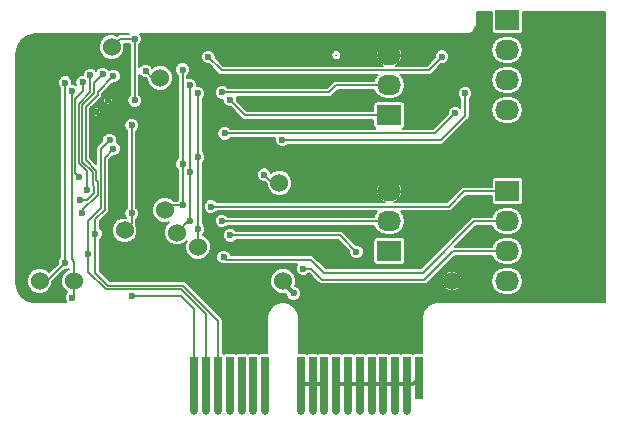
<source format=gbr>
G04 #@! TF.FileFunction,Copper,L1,Top,Signal*
%FSLAX46Y46*%
G04 Gerber Fmt 4.6, Leading zero omitted, Abs format (unit mm)*
G04 Created by KiCad (PCBNEW 4.0.6-e0-6349~53~ubuntu14.04.1) date Tue Apr 25 14:47:51 2017*
%MOMM*%
%LPD*%
G01*
G04 APERTURE LIST*
%ADD10C,0.100000*%
%ADD11R,0.650240X3.599180*%
%ADD12R,0.650240X4.599940*%
%ADD13O,0.650240X0.650240*%
%ADD14R,2.032000X1.727200*%
%ADD15O,2.032000X1.727200*%
%ADD16C,0.600000*%
%ADD17C,1.524000*%
%ADD18C,0.200000*%
%ADD19C,0.150000*%
%ADD20C,0.300000*%
G04 APERTURE END LIST*
D10*
D11*
X159499600Y-99499620D03*
D12*
X158498840Y-100000000D03*
X157500620Y-100000000D03*
X156499860Y-100000000D03*
X155499100Y-100000000D03*
X154500880Y-100000000D03*
X153500120Y-100000000D03*
X152499360Y-100000000D03*
X151501140Y-100000000D03*
X150500380Y-100000000D03*
X149499620Y-100000000D03*
X144500900Y-100000000D03*
X143500140Y-100000000D03*
X142499380Y-100000000D03*
X141501160Y-100000000D03*
X140500400Y-100000000D03*
X146499880Y-100000000D03*
X145499120Y-100000000D03*
D13*
X156499860Y-102301240D03*
X155499100Y-102301240D03*
X154500880Y-102301240D03*
X153500120Y-102301240D03*
X152499360Y-102301240D03*
X151501140Y-102301240D03*
X150500380Y-102301240D03*
X144500900Y-102301240D03*
X143500140Y-102301240D03*
X157500620Y-102301240D03*
X145499120Y-102301240D03*
X142499380Y-102301240D03*
X149499620Y-102301240D03*
X146499880Y-102301240D03*
X141501160Y-102301240D03*
X140500400Y-102301240D03*
X158498840Y-102301240D03*
D14*
X157000000Y-77270000D03*
D15*
X157000000Y-74730000D03*
X157000000Y-72190000D03*
D16*
X132200000Y-77000000D03*
X133200000Y-76000000D03*
D14*
X157000000Y-88770000D03*
D15*
X157000000Y-86230000D03*
X157000000Y-83690000D03*
D17*
X148000000Y-91300000D03*
X162300000Y-91300000D03*
X127400000Y-91300000D03*
X130300000Y-91300000D03*
D14*
X167000000Y-69190000D03*
D15*
X167000000Y-71730000D03*
X167000000Y-74270000D03*
X167000000Y-76810000D03*
D14*
X167000000Y-83690000D03*
D15*
X167000000Y-86230000D03*
X167000000Y-88770000D03*
X167000000Y-91310000D03*
D17*
X139000000Y-87200000D03*
X133500000Y-71500000D03*
X138000000Y-85300000D03*
X137600000Y-74100000D03*
X140800000Y-88400000D03*
X147700000Y-83000000D03*
X134600000Y-87000000D03*
D16*
X129550000Y-74500000D03*
X129550000Y-89750000D03*
X159500000Y-96500000D03*
X158500000Y-96500000D03*
X157500000Y-96500000D03*
X156500000Y-96500000D03*
X155500000Y-96500000D03*
X154500000Y-96500000D03*
X153500000Y-96500000D03*
X152500000Y-96500000D03*
X136325000Y-83475000D03*
X136325000Y-84425000D03*
X136475000Y-72300000D03*
X139500000Y-72550000D03*
X136400000Y-76925000D03*
X136275000Y-87525000D03*
X127275000Y-77450000D03*
X148900000Y-92350000D03*
X130825000Y-84400000D03*
X132725000Y-73800000D03*
X131000000Y-85575000D03*
X133650000Y-73950000D03*
X130700000Y-82475000D03*
X131050000Y-74450000D03*
X131700000Y-73875000D03*
X131375000Y-83550000D03*
X133650000Y-80100000D03*
X132125000Y-87300000D03*
X133325000Y-79350000D03*
X131525000Y-89000000D03*
X130100000Y-75200000D03*
X130150000Y-92725000D03*
X143525000Y-75975000D03*
X163425000Y-75400000D03*
X147925000Y-79350000D03*
X162575000Y-77100000D03*
X143075000Y-78800000D03*
X141675000Y-72325000D03*
X161475000Y-72300000D03*
X142850000Y-75325000D03*
X143525000Y-87425000D03*
X154225000Y-88825000D03*
X149700000Y-90250000D03*
X142975000Y-89275000D03*
X141900000Y-85000000D03*
X142825000Y-86200000D03*
X135250000Y-92575000D03*
X135450000Y-70800000D03*
X135450000Y-76000000D03*
X140800000Y-80800000D03*
X140800000Y-75400000D03*
X140800000Y-86900000D03*
X136375000Y-73525000D03*
X139500000Y-81400000D03*
X139500000Y-84900000D03*
X139500000Y-73400000D03*
X146400000Y-82300000D03*
X135200000Y-85575000D03*
X135200000Y-78125000D03*
X140100000Y-82100000D03*
X140100000Y-86200000D03*
X140100000Y-74700000D03*
D18*
X152530000Y-72190000D02*
X152500000Y-72160000D01*
D19*
X127400000Y-91300000D02*
X128000000Y-91300000D01*
X128000000Y-91300000D02*
X129550000Y-89750000D01*
X129550000Y-74500000D02*
X129550000Y-89275000D01*
X129550000Y-89250000D02*
X129550000Y-89275000D01*
X129550000Y-89750000D02*
X129550000Y-89250000D01*
D20*
X158500000Y-96500000D02*
X159500000Y-96500000D01*
X156500000Y-96500000D02*
X157500000Y-96500000D01*
X154500000Y-96500000D02*
X155500000Y-96500000D01*
X152500000Y-96500000D02*
X153500000Y-96500000D01*
X148000000Y-91300000D02*
X148000000Y-91450000D01*
X148000000Y-91450000D02*
X148900000Y-92350000D01*
D19*
X131450000Y-84400000D02*
X130825000Y-84400000D01*
X132000000Y-83850000D02*
X131450000Y-84400000D01*
X132000000Y-83300000D02*
X132000000Y-83850000D01*
X131875000Y-83175000D02*
X132000000Y-83300000D01*
X131875000Y-82075734D02*
X131875000Y-83175000D01*
X131000006Y-81200740D02*
X131875000Y-82075734D01*
X131000006Y-76399260D02*
X131000006Y-81200740D01*
X132000002Y-75399264D02*
X131000006Y-76399260D01*
X132000002Y-74524998D02*
X132000002Y-75399264D01*
X132725000Y-73800000D02*
X132000002Y-74524998D01*
X131000000Y-85274266D02*
X131000000Y-85575000D01*
X132300002Y-83974264D02*
X131000000Y-85274266D01*
X132300002Y-82900002D02*
X132300002Y-83974264D01*
X132175002Y-82775002D02*
X132300002Y-82900002D01*
X132175002Y-81951470D02*
X132175002Y-82775002D01*
X131300008Y-81076476D02*
X132175002Y-81951470D01*
X131300008Y-76523524D02*
X131300008Y-81076476D01*
X132300004Y-75523528D02*
X131300008Y-76523524D01*
X132300004Y-75299996D02*
X132300004Y-75523528D01*
X133650000Y-73950000D02*
X132300004Y-75299996D01*
X130400002Y-82175002D02*
X130700000Y-82475000D01*
X130400002Y-75849998D02*
X130400002Y-82175002D01*
X131050000Y-75200000D02*
X130400002Y-75849998D01*
X131050000Y-74450000D02*
X131050000Y-75200000D01*
X131375000Y-83550000D02*
X131375000Y-83150000D01*
X131700000Y-73875000D02*
X131700000Y-75275000D01*
X131700000Y-75275000D02*
X130700004Y-76274996D01*
X130700004Y-76274996D02*
X130700004Y-81325004D01*
X130700004Y-81325004D02*
X131375000Y-82000000D01*
X131375000Y-82000000D02*
X131375000Y-83150000D01*
D20*
X158498840Y-100000000D02*
X158999220Y-100000000D01*
X158999220Y-100000000D02*
X159499600Y-99499620D01*
X152499360Y-100000000D02*
X153500120Y-100000000D01*
X153500120Y-100000000D02*
X154500880Y-100000000D01*
X154500880Y-100000000D02*
X155499100Y-100000000D01*
X155499100Y-100000000D02*
X156499860Y-100000000D01*
X156499860Y-100000000D02*
X157500620Y-100000000D01*
X157500620Y-100000000D02*
X158498840Y-100000000D01*
D19*
X158498840Y-100000000D02*
X158498840Y-102301240D01*
X157500620Y-100000000D02*
X157500620Y-102301240D01*
X156499860Y-100000000D02*
X156499860Y-102301240D01*
X155499100Y-100000000D02*
X155499100Y-102301240D01*
X154500880Y-100000000D02*
X154500880Y-102301240D01*
X153500120Y-100000000D02*
X153500120Y-102301240D01*
X152499360Y-100000000D02*
X152499360Y-102301240D01*
D20*
X151501140Y-100000000D02*
X150500380Y-100000000D01*
X150500380Y-100000000D02*
X149499620Y-100000000D01*
D19*
X151501140Y-100000000D02*
X151501140Y-102301240D01*
X150500380Y-100000000D02*
X150500380Y-102301240D01*
X149499620Y-100000000D02*
X149499620Y-102301240D01*
X144500900Y-100000000D02*
X144500900Y-102301240D01*
X143500140Y-102301240D02*
X143500140Y-100000000D01*
X132125000Y-87300000D02*
X132125000Y-86049266D01*
X132900006Y-80849994D02*
X133650000Y-80100000D01*
X132900006Y-85274260D02*
X132900006Y-80849994D01*
X132125000Y-86049266D02*
X132900006Y-85274260D01*
X142499380Y-100000000D02*
X142499380Y-94650114D01*
X132125000Y-90575000D02*
X132125000Y-87300000D01*
X133224998Y-91674998D02*
X132125000Y-90575000D01*
X139524264Y-91674998D02*
X133224998Y-91674998D01*
X142499380Y-94650114D02*
X139524264Y-91674998D01*
X142499380Y-100000000D02*
X142499380Y-98049380D01*
X142499380Y-102301240D02*
X142499380Y-100000000D01*
X131525000Y-89000000D02*
X131525000Y-86225000D01*
X133325000Y-79350008D02*
X133325000Y-79350000D01*
X132600004Y-80075004D02*
X133325000Y-79350008D01*
X132600004Y-85149996D02*
X132600004Y-80075004D01*
X131525000Y-86225000D02*
X132600004Y-85149996D01*
X131525000Y-90475000D02*
X131525000Y-90525000D01*
X131525000Y-90525000D02*
X132975000Y-91975000D01*
X141501160Y-100000000D02*
X141501160Y-94076160D01*
X141501160Y-94076160D02*
X139400000Y-91975000D01*
X139400000Y-91975000D02*
X132975000Y-91975000D01*
X131525000Y-90475000D02*
X131525000Y-89000000D01*
X141501160Y-102301240D02*
X141501160Y-100000000D01*
X130100000Y-89125000D02*
X130100000Y-89450000D01*
X130100000Y-75200000D02*
X130100000Y-89125000D01*
X130300000Y-89650000D02*
X130300000Y-91300000D01*
X130100000Y-89450000D02*
X130300000Y-89650000D01*
X130300000Y-92575000D02*
X130300000Y-91300000D01*
X130150000Y-92725000D02*
X130300000Y-92575000D01*
X146499880Y-100000000D02*
X146499880Y-102301240D01*
X145499120Y-100000000D02*
X145499120Y-102301240D01*
X157000000Y-77270000D02*
X152500000Y-77270000D01*
X143525000Y-75975000D02*
X144820000Y-77270000D01*
X144820000Y-77270000D02*
X152500000Y-77270000D01*
X154925000Y-79350000D02*
X161375000Y-79350000D01*
X163425000Y-77300000D02*
X163425000Y-75400000D01*
X161375000Y-79350000D02*
X163425000Y-77300000D01*
X147925000Y-79350000D02*
X154925000Y-79350000D01*
X154925000Y-79350000D02*
X155000000Y-79350000D01*
X155000000Y-79350000D02*
X155050000Y-79350000D01*
X154075000Y-78800000D02*
X160875000Y-78800000D01*
X160875000Y-78800000D02*
X162575000Y-77100000D01*
X143075000Y-78800000D02*
X154075000Y-78800000D01*
X154075000Y-78800000D02*
X154200000Y-78800000D01*
X141675000Y-72325000D02*
X142800000Y-73450000D01*
X160325000Y-73450000D02*
X161475000Y-72300000D01*
X142800000Y-73450000D02*
X160325000Y-73450000D01*
X157000000Y-74730000D02*
X152500000Y-74730000D01*
X151905000Y-75325000D02*
X152500000Y-74730000D01*
X142850000Y-75325000D02*
X151905000Y-75325000D01*
X152825000Y-87425000D02*
X143525000Y-87425000D01*
X154225000Y-88825000D02*
X152825000Y-87425000D01*
X156950000Y-88770000D02*
X157000000Y-88770000D01*
X153500000Y-91175000D02*
X159975000Y-91175000D01*
X162380000Y-88770000D02*
X167000000Y-88770000D01*
X159975000Y-91175000D02*
X162380000Y-88770000D01*
X150350000Y-90250000D02*
X149700000Y-90250000D01*
X151275000Y-91175000D02*
X150350000Y-90250000D01*
X153675000Y-91175000D02*
X153500000Y-91175000D01*
X153500000Y-91175000D02*
X151275000Y-91175000D01*
X153700000Y-90575000D02*
X159825000Y-90575000D01*
X164170000Y-86230000D02*
X167000000Y-86230000D01*
X159825000Y-90575000D02*
X164170000Y-86230000D01*
X143200000Y-89500000D02*
X142975000Y-89275000D01*
X153775000Y-90575000D02*
X153700000Y-90575000D01*
X153700000Y-90575000D02*
X151450000Y-90575000D01*
X150375000Y-89500000D02*
X143850000Y-89500000D01*
X151450000Y-90575000D02*
X150375000Y-89500000D01*
X143850000Y-89500000D02*
X143200000Y-89500000D01*
X141900000Y-85000000D02*
X162025000Y-85000000D01*
X163335000Y-83690000D02*
X167000000Y-83690000D01*
X162025000Y-85000000D02*
X163335000Y-83690000D01*
X157000000Y-86230000D02*
X142855000Y-86230000D01*
X142855000Y-86230000D02*
X142825000Y-86200000D01*
X142825000Y-86200000D02*
X142855000Y-86230000D01*
X140500400Y-100000000D02*
X140500400Y-93700400D01*
X139375000Y-92575000D02*
X135250000Y-92575000D01*
X140500400Y-93700400D02*
X139375000Y-92575000D01*
X140500400Y-102301240D02*
X140500400Y-100000000D01*
X135450000Y-70800000D02*
X134200000Y-70800000D01*
X134200000Y-70800000D02*
X133500000Y-71500000D01*
X135450000Y-76000000D02*
X135450000Y-70800000D01*
X140800000Y-88400000D02*
X140800000Y-86900000D01*
X140800000Y-75400000D02*
X140800000Y-80800000D01*
X140800000Y-80800000D02*
X140800000Y-86900000D01*
X136375000Y-73525000D02*
X136950000Y-74100000D01*
X136950000Y-74100000D02*
X137600000Y-74100000D01*
X139500000Y-84900000D02*
X138400000Y-84900000D01*
X138400000Y-84900000D02*
X138000000Y-85300000D01*
X139500000Y-73400000D02*
X139500000Y-81400000D01*
X139500000Y-81400000D02*
X139500000Y-84900000D01*
X146400000Y-82300000D02*
X147100000Y-83000000D01*
X147100000Y-83000000D02*
X147700000Y-83000000D01*
X135200000Y-85575000D02*
X135200000Y-86400000D01*
X135200000Y-86400000D02*
X134600000Y-87000000D01*
X135200000Y-78125000D02*
X135200000Y-85575000D01*
X140100000Y-86200000D02*
X140000000Y-86200000D01*
X140000000Y-86200000D02*
X139000000Y-87200000D01*
X140100000Y-75500000D02*
X140100000Y-82100000D01*
X140100000Y-82100000D02*
X140100000Y-86200000D01*
X140100000Y-74700000D02*
X140100000Y-75500000D01*
D18*
G36*
X165657731Y-70053600D02*
X165680044Y-70172185D01*
X165750128Y-70281098D01*
X165857063Y-70354164D01*
X165984000Y-70379869D01*
X168016000Y-70379869D01*
X168134585Y-70357556D01*
X168243498Y-70287472D01*
X168316564Y-70180537D01*
X168342269Y-70053600D01*
X168342269Y-68500000D01*
X175300000Y-68500000D01*
X175300000Y-93105000D01*
X161100000Y-93105000D01*
X161061843Y-93112590D01*
X161022939Y-93112590D01*
X160659391Y-93184904D01*
X160659390Y-93184904D01*
X160517000Y-93243884D01*
X160208798Y-93449819D01*
X160154309Y-93504309D01*
X160099819Y-93558798D01*
X159893884Y-93867000D01*
X159834904Y-94009390D01*
X159834904Y-94009391D01*
X159762590Y-94372940D01*
X159762590Y-94411843D01*
X159755000Y-94450000D01*
X159755000Y-97373761D01*
X159174480Y-97373761D01*
X159055895Y-97396074D01*
X158999265Y-97432515D01*
X158950897Y-97399466D01*
X158823960Y-97373761D01*
X158173720Y-97373761D01*
X158055135Y-97396074D01*
X157999813Y-97431673D01*
X157952677Y-97399466D01*
X157825740Y-97373761D01*
X157175500Y-97373761D01*
X157056915Y-97396074D01*
X157000285Y-97432515D01*
X156951917Y-97399466D01*
X156824980Y-97373761D01*
X156174740Y-97373761D01*
X156056155Y-97396074D01*
X155999525Y-97432515D01*
X155951157Y-97399466D01*
X155824220Y-97373761D01*
X155173980Y-97373761D01*
X155055395Y-97396074D01*
X155000073Y-97431673D01*
X154952937Y-97399466D01*
X154826000Y-97373761D01*
X154175760Y-97373761D01*
X154057175Y-97396074D01*
X154000545Y-97432515D01*
X153952177Y-97399466D01*
X153825240Y-97373761D01*
X153175000Y-97373761D01*
X153056415Y-97396074D01*
X152999785Y-97432515D01*
X152951417Y-97399466D01*
X152824480Y-97373761D01*
X152174240Y-97373761D01*
X152055655Y-97396074D01*
X152000333Y-97431673D01*
X151953197Y-97399466D01*
X151826260Y-97373761D01*
X151176020Y-97373761D01*
X151057435Y-97396074D01*
X151000805Y-97432515D01*
X150952437Y-97399466D01*
X150825500Y-97373761D01*
X150175260Y-97373761D01*
X150056675Y-97396074D01*
X150000045Y-97432515D01*
X149951677Y-97399466D01*
X149824740Y-97373761D01*
X149345000Y-97373761D01*
X149345000Y-94450000D01*
X149337410Y-94411843D01*
X149337410Y-94372939D01*
X149265096Y-94009391D01*
X149265096Y-94009390D01*
X149206116Y-93867000D01*
X149000181Y-93558798D01*
X148945691Y-93504309D01*
X148891202Y-93449819D01*
X148583000Y-93243884D01*
X148440610Y-93184904D01*
X148440609Y-93184904D01*
X148077062Y-93112590D01*
X147922939Y-93112590D01*
X147559391Y-93184904D01*
X147559390Y-93184904D01*
X147417000Y-93243884D01*
X147108798Y-93449819D01*
X147054309Y-93504309D01*
X146999819Y-93558798D01*
X146793884Y-93867000D01*
X146734904Y-94009390D01*
X146734904Y-94009391D01*
X146662590Y-94372940D01*
X146662590Y-94411843D01*
X146655000Y-94450000D01*
X146655000Y-97373761D01*
X146174760Y-97373761D01*
X146056175Y-97396074D01*
X145999545Y-97432515D01*
X145951177Y-97399466D01*
X145824240Y-97373761D01*
X145174000Y-97373761D01*
X145055415Y-97396074D01*
X145000093Y-97431673D01*
X144952957Y-97399466D01*
X144826020Y-97373761D01*
X144175780Y-97373761D01*
X144057195Y-97396074D01*
X144000565Y-97432515D01*
X143952197Y-97399466D01*
X143825260Y-97373761D01*
X143175020Y-97373761D01*
X143056435Y-97396074D01*
X142999805Y-97432515D01*
X142951437Y-97399466D01*
X142894380Y-97387912D01*
X142894380Y-94650114D01*
X142864312Y-94498954D01*
X142778687Y-94370807D01*
X139922159Y-91514279D01*
X146917812Y-91514279D01*
X147082190Y-91912103D01*
X147386296Y-92216740D01*
X147783833Y-92381812D01*
X148214279Y-92382188D01*
X148251945Y-92366625D01*
X148279960Y-92394640D01*
X148279892Y-92472785D01*
X148374083Y-92700743D01*
X148548339Y-92875304D01*
X148776133Y-92969893D01*
X149022785Y-92970108D01*
X149250743Y-92875917D01*
X149425304Y-92701661D01*
X149519893Y-92473867D01*
X149520108Y-92227215D01*
X149425917Y-91999257D01*
X149348006Y-91921209D01*
X161714146Y-91921209D01*
X161803837Y-92025442D01*
X162119220Y-92160094D01*
X162462125Y-92163804D01*
X162780348Y-92036008D01*
X162796163Y-92025442D01*
X162885854Y-91921209D01*
X162300000Y-91335355D01*
X161714146Y-91921209D01*
X149348006Y-91921209D01*
X149251661Y-91824696D01*
X149023867Y-91730107D01*
X148992987Y-91730080D01*
X149081812Y-91516167D01*
X149082188Y-91085721D01*
X148917810Y-90687897D01*
X148613704Y-90383260D01*
X148216167Y-90218188D01*
X147785721Y-90217812D01*
X147387897Y-90382190D01*
X147083260Y-90686296D01*
X146918188Y-91083833D01*
X146917812Y-91514279D01*
X139922159Y-91514279D01*
X139803571Y-91395691D01*
X139675424Y-91310066D01*
X139524264Y-91279998D01*
X133388612Y-91279998D01*
X132520000Y-90411386D01*
X132520000Y-87781737D01*
X132650304Y-87651661D01*
X132744893Y-87423867D01*
X132745075Y-87214279D01*
X133517812Y-87214279D01*
X133682190Y-87612103D01*
X133986296Y-87916740D01*
X134383833Y-88081812D01*
X134814279Y-88082188D01*
X135212103Y-87917810D01*
X135516740Y-87613704D01*
X135681812Y-87216167D01*
X135682188Y-86785721D01*
X135571541Y-86517935D01*
X135595000Y-86400000D01*
X135595000Y-86056737D01*
X135725304Y-85926661D01*
X135819893Y-85698867D01*
X135820053Y-85514279D01*
X136917812Y-85514279D01*
X137082190Y-85912103D01*
X137386296Y-86216740D01*
X137783833Y-86381812D01*
X138214279Y-86382188D01*
X138339594Y-86330409D01*
X138083260Y-86586296D01*
X137918188Y-86983833D01*
X137917812Y-87414279D01*
X138082190Y-87812103D01*
X138386296Y-88116740D01*
X138783833Y-88281812D01*
X139214279Y-88282188D01*
X139612103Y-88117810D01*
X139840119Y-87890192D01*
X139718188Y-88183833D01*
X139717812Y-88614279D01*
X139882190Y-89012103D01*
X140186296Y-89316740D01*
X140583833Y-89481812D01*
X141014279Y-89482188D01*
X141218549Y-89397785D01*
X142354892Y-89397785D01*
X142449083Y-89625743D01*
X142623339Y-89800304D01*
X142851133Y-89894893D01*
X143097785Y-89895108D01*
X143131178Y-89881310D01*
X143200000Y-89895000D01*
X149178041Y-89895000D01*
X149174696Y-89898339D01*
X149080107Y-90126133D01*
X149079892Y-90372785D01*
X149174083Y-90600743D01*
X149348339Y-90775304D01*
X149576133Y-90869893D01*
X149822785Y-90870108D01*
X150050743Y-90775917D01*
X150181889Y-90645000D01*
X150186386Y-90645000D01*
X150995693Y-91454308D01*
X151064077Y-91500000D01*
X151123840Y-91539932D01*
X151275000Y-91570000D01*
X159975000Y-91570000D01*
X160126160Y-91539932D01*
X160242606Y-91462125D01*
X161436196Y-91462125D01*
X161563992Y-91780348D01*
X161574558Y-91796163D01*
X161678791Y-91885854D01*
X162264645Y-91300000D01*
X162335355Y-91300000D01*
X162921209Y-91885854D01*
X163025442Y-91796163D01*
X163160094Y-91480780D01*
X163161941Y-91310000D01*
X165637826Y-91310000D01*
X165727922Y-91762944D01*
X165984494Y-92146932D01*
X166368482Y-92403504D01*
X166821426Y-92493600D01*
X167178574Y-92493600D01*
X167631518Y-92403504D01*
X168015506Y-92146932D01*
X168272078Y-91762944D01*
X168362174Y-91310000D01*
X168272078Y-90857056D01*
X168015506Y-90473068D01*
X167631518Y-90216496D01*
X167178574Y-90126400D01*
X166821426Y-90126400D01*
X166368482Y-90216496D01*
X165984494Y-90473068D01*
X165727922Y-90857056D01*
X165637826Y-91310000D01*
X163161941Y-91310000D01*
X163163804Y-91137875D01*
X163036008Y-90819652D01*
X163025442Y-90803837D01*
X162921209Y-90714146D01*
X162335355Y-91300000D01*
X162264645Y-91300000D01*
X161678791Y-90714146D01*
X161574558Y-90803837D01*
X161439906Y-91119220D01*
X161436196Y-91462125D01*
X160242606Y-91462125D01*
X160254307Y-91454307D01*
X161029823Y-90678791D01*
X161714146Y-90678791D01*
X162300000Y-91264645D01*
X162885854Y-90678791D01*
X162796163Y-90574558D01*
X162480780Y-90439906D01*
X162137875Y-90436196D01*
X161819652Y-90563992D01*
X161803837Y-90574558D01*
X161714146Y-90678791D01*
X161029823Y-90678791D01*
X162543614Y-89165000D01*
X165716396Y-89165000D01*
X165727922Y-89222944D01*
X165984494Y-89606932D01*
X166368482Y-89863504D01*
X166821426Y-89953600D01*
X167178574Y-89953600D01*
X167631518Y-89863504D01*
X168015506Y-89606932D01*
X168272078Y-89222944D01*
X168362174Y-88770000D01*
X168272078Y-88317056D01*
X168015506Y-87933068D01*
X167631518Y-87676496D01*
X167178574Y-87586400D01*
X166821426Y-87586400D01*
X166368482Y-87676496D01*
X165984494Y-87933068D01*
X165727922Y-88317056D01*
X165716396Y-88375000D01*
X162583614Y-88375000D01*
X164333614Y-86625000D01*
X165716396Y-86625000D01*
X165727922Y-86682944D01*
X165984494Y-87066932D01*
X166368482Y-87323504D01*
X166821426Y-87413600D01*
X167178574Y-87413600D01*
X167631518Y-87323504D01*
X168015506Y-87066932D01*
X168272078Y-86682944D01*
X168362174Y-86230000D01*
X168272078Y-85777056D01*
X168015506Y-85393068D01*
X167631518Y-85136496D01*
X167178574Y-85046400D01*
X166821426Y-85046400D01*
X166368482Y-85136496D01*
X165984494Y-85393068D01*
X165727922Y-85777056D01*
X165716396Y-85835000D01*
X164170000Y-85835000D01*
X164018840Y-85865068D01*
X163890693Y-85950693D01*
X159661386Y-90180000D01*
X151613614Y-90180000D01*
X150654307Y-89220693D01*
X150526160Y-89135068D01*
X150375000Y-89105000D01*
X143575599Y-89105000D01*
X143500917Y-88924257D01*
X143326661Y-88749696D01*
X143098867Y-88655107D01*
X142852215Y-88654892D01*
X142624257Y-88749083D01*
X142449696Y-88923339D01*
X142355107Y-89151133D01*
X142354892Y-89397785D01*
X141218549Y-89397785D01*
X141412103Y-89317810D01*
X141716740Y-89013704D01*
X141881812Y-88616167D01*
X141882188Y-88185721D01*
X141717810Y-87787897D01*
X141478117Y-87547785D01*
X142904892Y-87547785D01*
X142999083Y-87775743D01*
X143173339Y-87950304D01*
X143401133Y-88044893D01*
X143647785Y-88045108D01*
X143875743Y-87950917D01*
X144006889Y-87820000D01*
X152661386Y-87820000D01*
X153605052Y-88763666D01*
X153604892Y-88947785D01*
X153699083Y-89175743D01*
X153873339Y-89350304D01*
X154101133Y-89444893D01*
X154347785Y-89445108D01*
X154575743Y-89350917D01*
X154750304Y-89176661D01*
X154844893Y-88948867D01*
X154845108Y-88702215D01*
X154750917Y-88474257D01*
X154576661Y-88299696D01*
X154348867Y-88205107D01*
X154163559Y-88204945D01*
X153865014Y-87906400D01*
X155657731Y-87906400D01*
X155657731Y-89633600D01*
X155680044Y-89752185D01*
X155750128Y-89861098D01*
X155857063Y-89934164D01*
X155984000Y-89959869D01*
X158016000Y-89959869D01*
X158134585Y-89937556D01*
X158243498Y-89867472D01*
X158316564Y-89760537D01*
X158342269Y-89633600D01*
X158342269Y-87906400D01*
X158319956Y-87787815D01*
X158249872Y-87678902D01*
X158142937Y-87605836D01*
X158016000Y-87580131D01*
X155984000Y-87580131D01*
X155865415Y-87602444D01*
X155756502Y-87672528D01*
X155683436Y-87779463D01*
X155657731Y-87906400D01*
X153865014Y-87906400D01*
X153104307Y-87145693D01*
X152976160Y-87060068D01*
X152825000Y-87030000D01*
X144006737Y-87030000D01*
X143876661Y-86899696D01*
X143648867Y-86805107D01*
X143402215Y-86804892D01*
X143174257Y-86899083D01*
X142999696Y-87073339D01*
X142905107Y-87301133D01*
X142904892Y-87547785D01*
X141478117Y-87547785D01*
X141413704Y-87483260D01*
X141195000Y-87392446D01*
X141195000Y-87381737D01*
X141325304Y-87251661D01*
X141419893Y-87023867D01*
X141420108Y-86777215D01*
X141325917Y-86549257D01*
X141195000Y-86418111D01*
X141195000Y-85122785D01*
X141279892Y-85122785D01*
X141374083Y-85350743D01*
X141548339Y-85525304D01*
X141776133Y-85619893D01*
X142022785Y-85620108D01*
X142250743Y-85525917D01*
X142381889Y-85395000D01*
X155983203Y-85395000D01*
X155727922Y-85777056D01*
X155716396Y-85835000D01*
X143336685Y-85835000D01*
X143176661Y-85674696D01*
X142948867Y-85580107D01*
X142702215Y-85579892D01*
X142474257Y-85674083D01*
X142299696Y-85848339D01*
X142205107Y-86076133D01*
X142204892Y-86322785D01*
X142299083Y-86550743D01*
X142473339Y-86725304D01*
X142701133Y-86819893D01*
X142947785Y-86820108D01*
X143175743Y-86725917D01*
X143276837Y-86625000D01*
X155716396Y-86625000D01*
X155727922Y-86682944D01*
X155984494Y-87066932D01*
X156368482Y-87323504D01*
X156821426Y-87413600D01*
X157178574Y-87413600D01*
X157631518Y-87323504D01*
X158015506Y-87066932D01*
X158272078Y-86682944D01*
X158362174Y-86230000D01*
X158272078Y-85777056D01*
X158016797Y-85395000D01*
X162025000Y-85395000D01*
X162176160Y-85364932D01*
X162304307Y-85279307D01*
X163498614Y-84085000D01*
X165657731Y-84085000D01*
X165657731Y-84553600D01*
X165680044Y-84672185D01*
X165750128Y-84781098D01*
X165857063Y-84854164D01*
X165984000Y-84879869D01*
X168016000Y-84879869D01*
X168134585Y-84857556D01*
X168243498Y-84787472D01*
X168316564Y-84680537D01*
X168342269Y-84553600D01*
X168342269Y-82826400D01*
X168319956Y-82707815D01*
X168249872Y-82598902D01*
X168142937Y-82525836D01*
X168016000Y-82500131D01*
X165984000Y-82500131D01*
X165865415Y-82522444D01*
X165756502Y-82592528D01*
X165683436Y-82699463D01*
X165657731Y-82826400D01*
X165657731Y-83295000D01*
X163335000Y-83295000D01*
X163183840Y-83325068D01*
X163079181Y-83394999D01*
X163055693Y-83410693D01*
X161861386Y-84605000D01*
X157392422Y-84605000D01*
X157544251Y-84570683D01*
X157851446Y-84353690D01*
X158052217Y-84035656D01*
X158099906Y-83865382D01*
X158090667Y-83715000D01*
X157025000Y-83715000D01*
X157025000Y-83735000D01*
X156975000Y-83735000D01*
X156975000Y-83715000D01*
X155909333Y-83715000D01*
X155900094Y-83865382D01*
X155947783Y-84035656D01*
X156148554Y-84353690D01*
X156455749Y-84570683D01*
X156607578Y-84605000D01*
X142381737Y-84605000D01*
X142251661Y-84474696D01*
X142023867Y-84380107D01*
X141777215Y-84379892D01*
X141549257Y-84474083D01*
X141374696Y-84648339D01*
X141280107Y-84876133D01*
X141279892Y-85122785D01*
X141195000Y-85122785D01*
X141195000Y-82422785D01*
X145779892Y-82422785D01*
X145874083Y-82650743D01*
X146048339Y-82825304D01*
X146276133Y-82919893D01*
X146461440Y-82920055D01*
X146617932Y-83076547D01*
X146617812Y-83214279D01*
X146782190Y-83612103D01*
X147086296Y-83916740D01*
X147483833Y-84081812D01*
X147914279Y-84082188D01*
X148312103Y-83917810D01*
X148616740Y-83613704D01*
X148657884Y-83514618D01*
X155900094Y-83514618D01*
X155909333Y-83665000D01*
X156975000Y-83665000D01*
X156975000Y-82726400D01*
X157025000Y-82726400D01*
X157025000Y-83665000D01*
X158090667Y-83665000D01*
X158099906Y-83514618D01*
X158052217Y-83344344D01*
X157851446Y-83026310D01*
X157544251Y-82809317D01*
X157177400Y-82726400D01*
X157025000Y-82726400D01*
X156975000Y-82726400D01*
X156822600Y-82726400D01*
X156455749Y-82809317D01*
X156148554Y-83026310D01*
X155947783Y-83344344D01*
X155900094Y-83514618D01*
X148657884Y-83514618D01*
X148781812Y-83216167D01*
X148782188Y-82785721D01*
X148617810Y-82387897D01*
X148313704Y-82083260D01*
X147916167Y-81918188D01*
X147485721Y-81917812D01*
X147087897Y-82082190D01*
X147012106Y-82157849D01*
X146925917Y-81949257D01*
X146751661Y-81774696D01*
X146523867Y-81680107D01*
X146277215Y-81679892D01*
X146049257Y-81774083D01*
X145874696Y-81948339D01*
X145780107Y-82176133D01*
X145779892Y-82422785D01*
X141195000Y-82422785D01*
X141195000Y-81281737D01*
X141325304Y-81151661D01*
X141419893Y-80923867D01*
X141420108Y-80677215D01*
X141325917Y-80449257D01*
X141195000Y-80318111D01*
X141195000Y-75881737D01*
X141325304Y-75751661D01*
X141419893Y-75523867D01*
X141420108Y-75277215D01*
X141325917Y-75049257D01*
X141151661Y-74874696D01*
X140923867Y-74780107D01*
X140719931Y-74779929D01*
X140720108Y-74577215D01*
X140625917Y-74349257D01*
X140451661Y-74174696D01*
X140223867Y-74080107D01*
X139977215Y-74079892D01*
X139895000Y-74113863D01*
X139895000Y-73881737D01*
X140025304Y-73751661D01*
X140119893Y-73523867D01*
X140120108Y-73277215D01*
X140025917Y-73049257D01*
X139851661Y-72874696D01*
X139623867Y-72780107D01*
X139377215Y-72779892D01*
X139149257Y-72874083D01*
X138974696Y-73048339D01*
X138880107Y-73276133D01*
X138879892Y-73522785D01*
X138974083Y-73750743D01*
X139105000Y-73881889D01*
X139105000Y-80918263D01*
X138974696Y-81048339D01*
X138880107Y-81276133D01*
X138879892Y-81522785D01*
X138974083Y-81750743D01*
X139105000Y-81881889D01*
X139105000Y-84418263D01*
X139018111Y-84505000D01*
X138735232Y-84505000D01*
X138613704Y-84383260D01*
X138216167Y-84218188D01*
X137785721Y-84217812D01*
X137387897Y-84382190D01*
X137083260Y-84686296D01*
X136918188Y-85083833D01*
X136917812Y-85514279D01*
X135820053Y-85514279D01*
X135820108Y-85452215D01*
X135725917Y-85224257D01*
X135595000Y-85093111D01*
X135595000Y-78606737D01*
X135725304Y-78476661D01*
X135819893Y-78248867D01*
X135820108Y-78002215D01*
X135725917Y-77774257D01*
X135551661Y-77599696D01*
X135323867Y-77505107D01*
X135077215Y-77504892D01*
X134849257Y-77599083D01*
X134674696Y-77773339D01*
X134580107Y-78001133D01*
X134579892Y-78247785D01*
X134674083Y-78475743D01*
X134805000Y-78606889D01*
X134805000Y-85093263D01*
X134674696Y-85223339D01*
X134580107Y-85451133D01*
X134579892Y-85697785D01*
X134670909Y-85918061D01*
X134385721Y-85917812D01*
X133987897Y-86082190D01*
X133683260Y-86386296D01*
X133518188Y-86783833D01*
X133517812Y-87214279D01*
X132745075Y-87214279D01*
X132745108Y-87177215D01*
X132650917Y-86949257D01*
X132520000Y-86818111D01*
X132520000Y-86212880D01*
X133179313Y-85553567D01*
X133264938Y-85425420D01*
X133295006Y-85274260D01*
X133295006Y-81013608D01*
X133588666Y-80719948D01*
X133772785Y-80720108D01*
X134000743Y-80625917D01*
X134175304Y-80451661D01*
X134269893Y-80223867D01*
X134270108Y-79977215D01*
X134175917Y-79749257D01*
X134001661Y-79574696D01*
X133917531Y-79539762D01*
X133944893Y-79473867D01*
X133945108Y-79227215D01*
X133850917Y-78999257D01*
X133676661Y-78824696D01*
X133448867Y-78730107D01*
X133202215Y-78729892D01*
X132974257Y-78824083D01*
X132799696Y-78998339D01*
X132705107Y-79226133D01*
X132704945Y-79411449D01*
X132320697Y-79795697D01*
X132235072Y-79923844D01*
X132205004Y-80075004D01*
X132205004Y-81422858D01*
X131695008Y-80912862D01*
X131695008Y-77287806D01*
X131947549Y-77287806D01*
X131980957Y-77344020D01*
X132129282Y-77401657D01*
X132288372Y-77398146D01*
X132419043Y-77344020D01*
X132452451Y-77287806D01*
X132200000Y-77035355D01*
X131947549Y-77287806D01*
X131695008Y-77287806D01*
X131695008Y-76929282D01*
X131798343Y-76929282D01*
X131801854Y-77088372D01*
X131855980Y-77219043D01*
X131912194Y-77252451D01*
X132164645Y-77000000D01*
X132235355Y-77000000D01*
X132487806Y-77252451D01*
X132544020Y-77219043D01*
X132601657Y-77070718D01*
X132598146Y-76911628D01*
X132544020Y-76780957D01*
X132487806Y-76747549D01*
X132235355Y-77000000D01*
X132164645Y-77000000D01*
X131912194Y-76747549D01*
X131855980Y-76780957D01*
X131798343Y-76929282D01*
X131695008Y-76929282D01*
X131695008Y-76712194D01*
X131947549Y-76712194D01*
X132200000Y-76964645D01*
X132452451Y-76712194D01*
X132419043Y-76655980D01*
X132270718Y-76598343D01*
X132111628Y-76601854D01*
X131980957Y-76655980D01*
X131947549Y-76712194D01*
X131695008Y-76712194D01*
X131695008Y-76687138D01*
X132094340Y-76287806D01*
X132947549Y-76287806D01*
X132980957Y-76344020D01*
X133129282Y-76401657D01*
X133288372Y-76398146D01*
X133419043Y-76344020D01*
X133452451Y-76287806D01*
X133200000Y-76035355D01*
X132947549Y-76287806D01*
X132094340Y-76287806D01*
X132452864Y-75929282D01*
X132798343Y-75929282D01*
X132801854Y-76088372D01*
X132855980Y-76219043D01*
X132912194Y-76252451D01*
X133164645Y-76000000D01*
X133235355Y-76000000D01*
X133487806Y-76252451D01*
X133544020Y-76219043D01*
X133601657Y-76070718D01*
X133598146Y-75911628D01*
X133544020Y-75780957D01*
X133487806Y-75747549D01*
X133235355Y-76000000D01*
X133164645Y-76000000D01*
X132912194Y-75747549D01*
X132855980Y-75780957D01*
X132798343Y-75929282D01*
X132452864Y-75929282D01*
X132579311Y-75802835D01*
X132639875Y-75712194D01*
X132947549Y-75712194D01*
X133200000Y-75964645D01*
X133452451Y-75712194D01*
X133419043Y-75655980D01*
X133270718Y-75598343D01*
X133111628Y-75601854D01*
X132980957Y-75655980D01*
X132947549Y-75712194D01*
X132639875Y-75712194D01*
X132664936Y-75674688D01*
X132695004Y-75523528D01*
X132695004Y-75463610D01*
X133588666Y-74569948D01*
X133772785Y-74570108D01*
X134000743Y-74475917D01*
X134175304Y-74301661D01*
X134269893Y-74073867D01*
X134270108Y-73827215D01*
X134175917Y-73599257D01*
X134001661Y-73424696D01*
X133773867Y-73330107D01*
X133527215Y-73329892D01*
X133299257Y-73424083D01*
X133257669Y-73465598D01*
X133250917Y-73449257D01*
X133076661Y-73274696D01*
X132848867Y-73180107D01*
X132602215Y-73179892D01*
X132374257Y-73274083D01*
X132199696Y-73448339D01*
X132185136Y-73483404D01*
X132051661Y-73349696D01*
X131823867Y-73255107D01*
X131577215Y-73254892D01*
X131349257Y-73349083D01*
X131174696Y-73523339D01*
X131080107Y-73751133D01*
X131080038Y-73830025D01*
X130927215Y-73829892D01*
X130699257Y-73924083D01*
X130524696Y-74098339D01*
X130430107Y-74326133D01*
X130429892Y-74572785D01*
X130486366Y-74709462D01*
X130451661Y-74674696D01*
X130223867Y-74580107D01*
X130169931Y-74580060D01*
X130170108Y-74377215D01*
X130075917Y-74149257D01*
X129901661Y-73974696D01*
X129673867Y-73880107D01*
X129427215Y-73879892D01*
X129199257Y-73974083D01*
X129024696Y-74148339D01*
X128930107Y-74376133D01*
X128929892Y-74622785D01*
X129024083Y-74850743D01*
X129155000Y-74981889D01*
X129155000Y-89268263D01*
X129024696Y-89398339D01*
X128930107Y-89626133D01*
X128929945Y-89811441D01*
X128185765Y-90555621D01*
X128013704Y-90383260D01*
X127616167Y-90218188D01*
X127185721Y-90217812D01*
X126787897Y-90382190D01*
X126483260Y-90686296D01*
X126318188Y-91083833D01*
X126317812Y-91514279D01*
X126482190Y-91912103D01*
X126786296Y-92216740D01*
X127183833Y-92381812D01*
X127614279Y-92382188D01*
X128012103Y-92217810D01*
X128316740Y-91913704D01*
X128481812Y-91516167D01*
X128481934Y-91376680D01*
X129488666Y-90369948D01*
X129672785Y-90370108D01*
X129900743Y-90275917D01*
X129905000Y-90271667D01*
X129905000Y-90292485D01*
X129687897Y-90382190D01*
X129383260Y-90686296D01*
X129218188Y-91083833D01*
X129217812Y-91514279D01*
X129382190Y-91912103D01*
X129686296Y-92216740D01*
X129753581Y-92244679D01*
X129624696Y-92373339D01*
X129530107Y-92601133D01*
X129529892Y-92847785D01*
X129624083Y-93075743D01*
X129653289Y-93105000D01*
X127038903Y-93105000D01*
X126388755Y-92975677D01*
X125870565Y-92629435D01*
X125524323Y-92111245D01*
X125395000Y-91461096D01*
X125395000Y-72038904D01*
X125524323Y-71388755D01*
X125870565Y-70870565D01*
X126388755Y-70524323D01*
X127038903Y-70395000D01*
X134978128Y-70395000D01*
X134968111Y-70405000D01*
X134200000Y-70405000D01*
X134048840Y-70435068D01*
X133936917Y-70509852D01*
X133716167Y-70418188D01*
X133285721Y-70417812D01*
X132887897Y-70582190D01*
X132583260Y-70886296D01*
X132418188Y-71283833D01*
X132417812Y-71714279D01*
X132582190Y-72112103D01*
X132886296Y-72416740D01*
X133283833Y-72581812D01*
X133714279Y-72582188D01*
X134112103Y-72417810D01*
X134416740Y-72113704D01*
X134581812Y-71716167D01*
X134582188Y-71285721D01*
X134544703Y-71195000D01*
X134968263Y-71195000D01*
X135055000Y-71281889D01*
X135055000Y-75518263D01*
X134924696Y-75648339D01*
X134830107Y-75876133D01*
X134829892Y-76122785D01*
X134924083Y-76350743D01*
X135098339Y-76525304D01*
X135326133Y-76619893D01*
X135572785Y-76620108D01*
X135800743Y-76525917D01*
X135975304Y-76351661D01*
X136069893Y-76123867D01*
X136070108Y-75877215D01*
X135975917Y-75649257D01*
X135845000Y-75518111D01*
X135845000Y-73865861D01*
X135849083Y-73875743D01*
X136023339Y-74050304D01*
X136251133Y-74144893D01*
X136436441Y-74145055D01*
X136517889Y-74226503D01*
X136517812Y-74314279D01*
X136682190Y-74712103D01*
X136986296Y-75016740D01*
X137383833Y-75181812D01*
X137814279Y-75182188D01*
X138212103Y-75017810D01*
X138516740Y-74713704D01*
X138681812Y-74316167D01*
X138682188Y-73885721D01*
X138517810Y-73487897D01*
X138213704Y-73183260D01*
X137816167Y-73018188D01*
X137385721Y-73017812D01*
X136987897Y-73182190D01*
X136928638Y-73241346D01*
X136900917Y-73174257D01*
X136726661Y-72999696D01*
X136498867Y-72905107D01*
X136252215Y-72904892D01*
X136024257Y-72999083D01*
X135849696Y-73173339D01*
X135845000Y-73184648D01*
X135845000Y-72447785D01*
X141054892Y-72447785D01*
X141149083Y-72675743D01*
X141323339Y-72850304D01*
X141551133Y-72944893D01*
X141736441Y-72945055D01*
X142520693Y-73729307D01*
X142648840Y-73814932D01*
X142800000Y-73845000D01*
X156056433Y-73845000D01*
X155984494Y-73893068D01*
X155727922Y-74277056D01*
X155716396Y-74335000D01*
X152500000Y-74335000D01*
X152348840Y-74365068D01*
X152220693Y-74450693D01*
X151741386Y-74930000D01*
X143331737Y-74930000D01*
X143201661Y-74799696D01*
X142973867Y-74705107D01*
X142727215Y-74704892D01*
X142499257Y-74799083D01*
X142324696Y-74973339D01*
X142230107Y-75201133D01*
X142229892Y-75447785D01*
X142324083Y-75675743D01*
X142498339Y-75850304D01*
X142726133Y-75944893D01*
X142905025Y-75945049D01*
X142904892Y-76097785D01*
X142999083Y-76325743D01*
X143173339Y-76500304D01*
X143401133Y-76594893D01*
X143586441Y-76595055D01*
X144540693Y-77549307D01*
X144668840Y-77634932D01*
X144820000Y-77665000D01*
X155657731Y-77665000D01*
X155657731Y-78133600D01*
X155680044Y-78252185D01*
X155750128Y-78361098D01*
X155814380Y-78405000D01*
X143556737Y-78405000D01*
X143426661Y-78274696D01*
X143198867Y-78180107D01*
X142952215Y-78179892D01*
X142724257Y-78274083D01*
X142549696Y-78448339D01*
X142455107Y-78676133D01*
X142454892Y-78922785D01*
X142549083Y-79150743D01*
X142723339Y-79325304D01*
X142951133Y-79419893D01*
X143197785Y-79420108D01*
X143425743Y-79325917D01*
X143556889Y-79195000D01*
X147318035Y-79195000D01*
X147305107Y-79226133D01*
X147304892Y-79472785D01*
X147399083Y-79700743D01*
X147573339Y-79875304D01*
X147801133Y-79969893D01*
X148047785Y-79970108D01*
X148275743Y-79875917D01*
X148406889Y-79745000D01*
X161375000Y-79745000D01*
X161526160Y-79714932D01*
X161654307Y-79629307D01*
X163704307Y-77579307D01*
X163724352Y-77549307D01*
X163789932Y-77451160D01*
X163820000Y-77300000D01*
X163820000Y-76810000D01*
X165637826Y-76810000D01*
X165727922Y-77262944D01*
X165984494Y-77646932D01*
X166368482Y-77903504D01*
X166821426Y-77993600D01*
X167178574Y-77993600D01*
X167631518Y-77903504D01*
X168015506Y-77646932D01*
X168272078Y-77262944D01*
X168362174Y-76810000D01*
X168272078Y-76357056D01*
X168015506Y-75973068D01*
X167631518Y-75716496D01*
X167178574Y-75626400D01*
X166821426Y-75626400D01*
X166368482Y-75716496D01*
X165984494Y-75973068D01*
X165727922Y-76357056D01*
X165637826Y-76810000D01*
X163820000Y-76810000D01*
X163820000Y-75881737D01*
X163950304Y-75751661D01*
X164044893Y-75523867D01*
X164045108Y-75277215D01*
X163950917Y-75049257D01*
X163776661Y-74874696D01*
X163548867Y-74780107D01*
X163302215Y-74779892D01*
X163074257Y-74874083D01*
X162899696Y-75048339D01*
X162805107Y-75276133D01*
X162804892Y-75522785D01*
X162899083Y-75750743D01*
X163030000Y-75881889D01*
X163030000Y-76678216D01*
X162926661Y-76574696D01*
X162698867Y-76480107D01*
X162452215Y-76479892D01*
X162224257Y-76574083D01*
X162049696Y-76748339D01*
X161955107Y-76976133D01*
X161954945Y-77161441D01*
X160711386Y-78405000D01*
X158185178Y-78405000D01*
X158243498Y-78367472D01*
X158316564Y-78260537D01*
X158342269Y-78133600D01*
X158342269Y-76406400D01*
X158319956Y-76287815D01*
X158249872Y-76178902D01*
X158142937Y-76105836D01*
X158016000Y-76080131D01*
X155984000Y-76080131D01*
X155865415Y-76102444D01*
X155756502Y-76172528D01*
X155683436Y-76279463D01*
X155657731Y-76406400D01*
X155657731Y-76875000D01*
X144983614Y-76875000D01*
X144144948Y-76036334D01*
X144145108Y-75852215D01*
X144090477Y-75720000D01*
X151905000Y-75720000D01*
X152056160Y-75689932D01*
X152184307Y-75604307D01*
X152663614Y-75125000D01*
X155716396Y-75125000D01*
X155727922Y-75182944D01*
X155984494Y-75566932D01*
X156368482Y-75823504D01*
X156821426Y-75913600D01*
X157178574Y-75913600D01*
X157631518Y-75823504D01*
X158015506Y-75566932D01*
X158272078Y-75182944D01*
X158362174Y-74730000D01*
X158272078Y-74277056D01*
X158267364Y-74270000D01*
X165637826Y-74270000D01*
X165727922Y-74722944D01*
X165984494Y-75106932D01*
X166368482Y-75363504D01*
X166821426Y-75453600D01*
X167178574Y-75453600D01*
X167631518Y-75363504D01*
X168015506Y-75106932D01*
X168272078Y-74722944D01*
X168362174Y-74270000D01*
X168272078Y-73817056D01*
X168015506Y-73433068D01*
X167631518Y-73176496D01*
X167178574Y-73086400D01*
X166821426Y-73086400D01*
X166368482Y-73176496D01*
X165984494Y-73433068D01*
X165727922Y-73817056D01*
X165637826Y-74270000D01*
X158267364Y-74270000D01*
X158015506Y-73893068D01*
X157943567Y-73845000D01*
X160325000Y-73845000D01*
X160476160Y-73814932D01*
X160604307Y-73729307D01*
X161413666Y-72919948D01*
X161597785Y-72920108D01*
X161825743Y-72825917D01*
X162000304Y-72651661D01*
X162094893Y-72423867D01*
X162095108Y-72177215D01*
X162000917Y-71949257D01*
X161826661Y-71774696D01*
X161719022Y-71730000D01*
X165637826Y-71730000D01*
X165727922Y-72182944D01*
X165984494Y-72566932D01*
X166368482Y-72823504D01*
X166821426Y-72913600D01*
X167178574Y-72913600D01*
X167631518Y-72823504D01*
X168015506Y-72566932D01*
X168272078Y-72182944D01*
X168362174Y-71730000D01*
X168272078Y-71277056D01*
X168015506Y-70893068D01*
X167631518Y-70636496D01*
X167178574Y-70546400D01*
X166821426Y-70546400D01*
X166368482Y-70636496D01*
X165984494Y-70893068D01*
X165727922Y-71277056D01*
X165637826Y-71730000D01*
X161719022Y-71730000D01*
X161598867Y-71680107D01*
X161352215Y-71679892D01*
X161124257Y-71774083D01*
X160949696Y-71948339D01*
X160855107Y-72176133D01*
X160854945Y-72361441D01*
X160161386Y-73055000D01*
X157566453Y-73055000D01*
X157851446Y-72853690D01*
X158052217Y-72535656D01*
X158099906Y-72365382D01*
X158090667Y-72215000D01*
X157025000Y-72215000D01*
X157025000Y-72235000D01*
X156975000Y-72235000D01*
X156975000Y-72215000D01*
X155909333Y-72215000D01*
X155900094Y-72365382D01*
X155947783Y-72535656D01*
X156148554Y-72853690D01*
X156433547Y-73055000D01*
X142963614Y-73055000D01*
X142294948Y-72386334D01*
X142295108Y-72202215D01*
X142277665Y-72160000D01*
X152080000Y-72160000D01*
X152111971Y-72320727D01*
X152203015Y-72456985D01*
X152233015Y-72486985D01*
X152369273Y-72578029D01*
X152530000Y-72610000D01*
X152690726Y-72578029D01*
X152826985Y-72486985D01*
X152918029Y-72350726D01*
X152950000Y-72190000D01*
X152918029Y-72029273D01*
X152908237Y-72014618D01*
X155900094Y-72014618D01*
X155909333Y-72165000D01*
X156975000Y-72165000D01*
X156975000Y-71226400D01*
X157025000Y-71226400D01*
X157025000Y-72165000D01*
X158090667Y-72165000D01*
X158099906Y-72014618D01*
X158052217Y-71844344D01*
X157851446Y-71526310D01*
X157544251Y-71309317D01*
X157177400Y-71226400D01*
X157025000Y-71226400D01*
X156975000Y-71226400D01*
X156822600Y-71226400D01*
X156455749Y-71309317D01*
X156148554Y-71526310D01*
X155947783Y-71844344D01*
X155900094Y-72014618D01*
X152908237Y-72014618D01*
X152826985Y-71893015D01*
X152796985Y-71863015D01*
X152660727Y-71771971D01*
X152500000Y-71740000D01*
X152339273Y-71771971D01*
X152203015Y-71863015D01*
X152111971Y-71999273D01*
X152080000Y-72160000D01*
X142277665Y-72160000D01*
X142200917Y-71974257D01*
X142026661Y-71799696D01*
X141798867Y-71705107D01*
X141552215Y-71704892D01*
X141324257Y-71799083D01*
X141149696Y-71973339D01*
X141055107Y-72201133D01*
X141054892Y-72447785D01*
X135845000Y-72447785D01*
X135845000Y-71281737D01*
X135975304Y-71151661D01*
X136069893Y-70923867D01*
X136070108Y-70677215D01*
X135975917Y-70449257D01*
X135921755Y-70395000D01*
X163500000Y-70395000D01*
X163538157Y-70387410D01*
X163577060Y-70387410D01*
X163768403Y-70349350D01*
X163768404Y-70349350D01*
X163869091Y-70307643D01*
X163910792Y-70290370D01*
X163910794Y-70290369D01*
X164073005Y-70181983D01*
X164138391Y-70116595D01*
X164181982Y-70073005D01*
X164290369Y-69910794D01*
X164344318Y-69780550D01*
X164349350Y-69768402D01*
X164387410Y-69577060D01*
X164387410Y-69538157D01*
X164395000Y-69500000D01*
X164395000Y-68500000D01*
X165657731Y-68500000D01*
X165657731Y-70053600D01*
X165657731Y-70053600D01*
G37*
X165657731Y-70053600D02*
X165680044Y-70172185D01*
X165750128Y-70281098D01*
X165857063Y-70354164D01*
X165984000Y-70379869D01*
X168016000Y-70379869D01*
X168134585Y-70357556D01*
X168243498Y-70287472D01*
X168316564Y-70180537D01*
X168342269Y-70053600D01*
X168342269Y-68500000D01*
X175300000Y-68500000D01*
X175300000Y-93105000D01*
X161100000Y-93105000D01*
X161061843Y-93112590D01*
X161022939Y-93112590D01*
X160659391Y-93184904D01*
X160659390Y-93184904D01*
X160517000Y-93243884D01*
X160208798Y-93449819D01*
X160154309Y-93504309D01*
X160099819Y-93558798D01*
X159893884Y-93867000D01*
X159834904Y-94009390D01*
X159834904Y-94009391D01*
X159762590Y-94372940D01*
X159762590Y-94411843D01*
X159755000Y-94450000D01*
X159755000Y-97373761D01*
X159174480Y-97373761D01*
X159055895Y-97396074D01*
X158999265Y-97432515D01*
X158950897Y-97399466D01*
X158823960Y-97373761D01*
X158173720Y-97373761D01*
X158055135Y-97396074D01*
X157999813Y-97431673D01*
X157952677Y-97399466D01*
X157825740Y-97373761D01*
X157175500Y-97373761D01*
X157056915Y-97396074D01*
X157000285Y-97432515D01*
X156951917Y-97399466D01*
X156824980Y-97373761D01*
X156174740Y-97373761D01*
X156056155Y-97396074D01*
X155999525Y-97432515D01*
X155951157Y-97399466D01*
X155824220Y-97373761D01*
X155173980Y-97373761D01*
X155055395Y-97396074D01*
X155000073Y-97431673D01*
X154952937Y-97399466D01*
X154826000Y-97373761D01*
X154175760Y-97373761D01*
X154057175Y-97396074D01*
X154000545Y-97432515D01*
X153952177Y-97399466D01*
X153825240Y-97373761D01*
X153175000Y-97373761D01*
X153056415Y-97396074D01*
X152999785Y-97432515D01*
X152951417Y-97399466D01*
X152824480Y-97373761D01*
X152174240Y-97373761D01*
X152055655Y-97396074D01*
X152000333Y-97431673D01*
X151953197Y-97399466D01*
X151826260Y-97373761D01*
X151176020Y-97373761D01*
X151057435Y-97396074D01*
X151000805Y-97432515D01*
X150952437Y-97399466D01*
X150825500Y-97373761D01*
X150175260Y-97373761D01*
X150056675Y-97396074D01*
X150000045Y-97432515D01*
X149951677Y-97399466D01*
X149824740Y-97373761D01*
X149345000Y-97373761D01*
X149345000Y-94450000D01*
X149337410Y-94411843D01*
X149337410Y-94372939D01*
X149265096Y-94009391D01*
X149265096Y-94009390D01*
X149206116Y-93867000D01*
X149000181Y-93558798D01*
X148945691Y-93504309D01*
X148891202Y-93449819D01*
X148583000Y-93243884D01*
X148440610Y-93184904D01*
X148440609Y-93184904D01*
X148077062Y-93112590D01*
X147922939Y-93112590D01*
X147559391Y-93184904D01*
X147559390Y-93184904D01*
X147417000Y-93243884D01*
X147108798Y-93449819D01*
X147054309Y-93504309D01*
X146999819Y-93558798D01*
X146793884Y-93867000D01*
X146734904Y-94009390D01*
X146734904Y-94009391D01*
X146662590Y-94372940D01*
X146662590Y-94411843D01*
X146655000Y-94450000D01*
X146655000Y-97373761D01*
X146174760Y-97373761D01*
X146056175Y-97396074D01*
X145999545Y-97432515D01*
X145951177Y-97399466D01*
X145824240Y-97373761D01*
X145174000Y-97373761D01*
X145055415Y-97396074D01*
X145000093Y-97431673D01*
X144952957Y-97399466D01*
X144826020Y-97373761D01*
X144175780Y-97373761D01*
X144057195Y-97396074D01*
X144000565Y-97432515D01*
X143952197Y-97399466D01*
X143825260Y-97373761D01*
X143175020Y-97373761D01*
X143056435Y-97396074D01*
X142999805Y-97432515D01*
X142951437Y-97399466D01*
X142894380Y-97387912D01*
X142894380Y-94650114D01*
X142864312Y-94498954D01*
X142778687Y-94370807D01*
X139922159Y-91514279D01*
X146917812Y-91514279D01*
X147082190Y-91912103D01*
X147386296Y-92216740D01*
X147783833Y-92381812D01*
X148214279Y-92382188D01*
X148251945Y-92366625D01*
X148279960Y-92394640D01*
X148279892Y-92472785D01*
X148374083Y-92700743D01*
X148548339Y-92875304D01*
X148776133Y-92969893D01*
X149022785Y-92970108D01*
X149250743Y-92875917D01*
X149425304Y-92701661D01*
X149519893Y-92473867D01*
X149520108Y-92227215D01*
X149425917Y-91999257D01*
X149348006Y-91921209D01*
X161714146Y-91921209D01*
X161803837Y-92025442D01*
X162119220Y-92160094D01*
X162462125Y-92163804D01*
X162780348Y-92036008D01*
X162796163Y-92025442D01*
X162885854Y-91921209D01*
X162300000Y-91335355D01*
X161714146Y-91921209D01*
X149348006Y-91921209D01*
X149251661Y-91824696D01*
X149023867Y-91730107D01*
X148992987Y-91730080D01*
X149081812Y-91516167D01*
X149082188Y-91085721D01*
X148917810Y-90687897D01*
X148613704Y-90383260D01*
X148216167Y-90218188D01*
X147785721Y-90217812D01*
X147387897Y-90382190D01*
X147083260Y-90686296D01*
X146918188Y-91083833D01*
X146917812Y-91514279D01*
X139922159Y-91514279D01*
X139803571Y-91395691D01*
X139675424Y-91310066D01*
X139524264Y-91279998D01*
X133388612Y-91279998D01*
X132520000Y-90411386D01*
X132520000Y-87781737D01*
X132650304Y-87651661D01*
X132744893Y-87423867D01*
X132745075Y-87214279D01*
X133517812Y-87214279D01*
X133682190Y-87612103D01*
X133986296Y-87916740D01*
X134383833Y-88081812D01*
X134814279Y-88082188D01*
X135212103Y-87917810D01*
X135516740Y-87613704D01*
X135681812Y-87216167D01*
X135682188Y-86785721D01*
X135571541Y-86517935D01*
X135595000Y-86400000D01*
X135595000Y-86056737D01*
X135725304Y-85926661D01*
X135819893Y-85698867D01*
X135820053Y-85514279D01*
X136917812Y-85514279D01*
X137082190Y-85912103D01*
X137386296Y-86216740D01*
X137783833Y-86381812D01*
X138214279Y-86382188D01*
X138339594Y-86330409D01*
X138083260Y-86586296D01*
X137918188Y-86983833D01*
X137917812Y-87414279D01*
X138082190Y-87812103D01*
X138386296Y-88116740D01*
X138783833Y-88281812D01*
X139214279Y-88282188D01*
X139612103Y-88117810D01*
X139840119Y-87890192D01*
X139718188Y-88183833D01*
X139717812Y-88614279D01*
X139882190Y-89012103D01*
X140186296Y-89316740D01*
X140583833Y-89481812D01*
X141014279Y-89482188D01*
X141218549Y-89397785D01*
X142354892Y-89397785D01*
X142449083Y-89625743D01*
X142623339Y-89800304D01*
X142851133Y-89894893D01*
X143097785Y-89895108D01*
X143131178Y-89881310D01*
X143200000Y-89895000D01*
X149178041Y-89895000D01*
X149174696Y-89898339D01*
X149080107Y-90126133D01*
X149079892Y-90372785D01*
X149174083Y-90600743D01*
X149348339Y-90775304D01*
X149576133Y-90869893D01*
X149822785Y-90870108D01*
X150050743Y-90775917D01*
X150181889Y-90645000D01*
X150186386Y-90645000D01*
X150995693Y-91454308D01*
X151064077Y-91500000D01*
X151123840Y-91539932D01*
X151275000Y-91570000D01*
X159975000Y-91570000D01*
X160126160Y-91539932D01*
X160242606Y-91462125D01*
X161436196Y-91462125D01*
X161563992Y-91780348D01*
X161574558Y-91796163D01*
X161678791Y-91885854D01*
X162264645Y-91300000D01*
X162335355Y-91300000D01*
X162921209Y-91885854D01*
X163025442Y-91796163D01*
X163160094Y-91480780D01*
X163161941Y-91310000D01*
X165637826Y-91310000D01*
X165727922Y-91762944D01*
X165984494Y-92146932D01*
X166368482Y-92403504D01*
X166821426Y-92493600D01*
X167178574Y-92493600D01*
X167631518Y-92403504D01*
X168015506Y-92146932D01*
X168272078Y-91762944D01*
X168362174Y-91310000D01*
X168272078Y-90857056D01*
X168015506Y-90473068D01*
X167631518Y-90216496D01*
X167178574Y-90126400D01*
X166821426Y-90126400D01*
X166368482Y-90216496D01*
X165984494Y-90473068D01*
X165727922Y-90857056D01*
X165637826Y-91310000D01*
X163161941Y-91310000D01*
X163163804Y-91137875D01*
X163036008Y-90819652D01*
X163025442Y-90803837D01*
X162921209Y-90714146D01*
X162335355Y-91300000D01*
X162264645Y-91300000D01*
X161678791Y-90714146D01*
X161574558Y-90803837D01*
X161439906Y-91119220D01*
X161436196Y-91462125D01*
X160242606Y-91462125D01*
X160254307Y-91454307D01*
X161029823Y-90678791D01*
X161714146Y-90678791D01*
X162300000Y-91264645D01*
X162885854Y-90678791D01*
X162796163Y-90574558D01*
X162480780Y-90439906D01*
X162137875Y-90436196D01*
X161819652Y-90563992D01*
X161803837Y-90574558D01*
X161714146Y-90678791D01*
X161029823Y-90678791D01*
X162543614Y-89165000D01*
X165716396Y-89165000D01*
X165727922Y-89222944D01*
X165984494Y-89606932D01*
X166368482Y-89863504D01*
X166821426Y-89953600D01*
X167178574Y-89953600D01*
X167631518Y-89863504D01*
X168015506Y-89606932D01*
X168272078Y-89222944D01*
X168362174Y-88770000D01*
X168272078Y-88317056D01*
X168015506Y-87933068D01*
X167631518Y-87676496D01*
X167178574Y-87586400D01*
X166821426Y-87586400D01*
X166368482Y-87676496D01*
X165984494Y-87933068D01*
X165727922Y-88317056D01*
X165716396Y-88375000D01*
X162583614Y-88375000D01*
X164333614Y-86625000D01*
X165716396Y-86625000D01*
X165727922Y-86682944D01*
X165984494Y-87066932D01*
X166368482Y-87323504D01*
X166821426Y-87413600D01*
X167178574Y-87413600D01*
X167631518Y-87323504D01*
X168015506Y-87066932D01*
X168272078Y-86682944D01*
X168362174Y-86230000D01*
X168272078Y-85777056D01*
X168015506Y-85393068D01*
X167631518Y-85136496D01*
X167178574Y-85046400D01*
X166821426Y-85046400D01*
X166368482Y-85136496D01*
X165984494Y-85393068D01*
X165727922Y-85777056D01*
X165716396Y-85835000D01*
X164170000Y-85835000D01*
X164018840Y-85865068D01*
X163890693Y-85950693D01*
X159661386Y-90180000D01*
X151613614Y-90180000D01*
X150654307Y-89220693D01*
X150526160Y-89135068D01*
X150375000Y-89105000D01*
X143575599Y-89105000D01*
X143500917Y-88924257D01*
X143326661Y-88749696D01*
X143098867Y-88655107D01*
X142852215Y-88654892D01*
X142624257Y-88749083D01*
X142449696Y-88923339D01*
X142355107Y-89151133D01*
X142354892Y-89397785D01*
X141218549Y-89397785D01*
X141412103Y-89317810D01*
X141716740Y-89013704D01*
X141881812Y-88616167D01*
X141882188Y-88185721D01*
X141717810Y-87787897D01*
X141478117Y-87547785D01*
X142904892Y-87547785D01*
X142999083Y-87775743D01*
X143173339Y-87950304D01*
X143401133Y-88044893D01*
X143647785Y-88045108D01*
X143875743Y-87950917D01*
X144006889Y-87820000D01*
X152661386Y-87820000D01*
X153605052Y-88763666D01*
X153604892Y-88947785D01*
X153699083Y-89175743D01*
X153873339Y-89350304D01*
X154101133Y-89444893D01*
X154347785Y-89445108D01*
X154575743Y-89350917D01*
X154750304Y-89176661D01*
X154844893Y-88948867D01*
X154845108Y-88702215D01*
X154750917Y-88474257D01*
X154576661Y-88299696D01*
X154348867Y-88205107D01*
X154163559Y-88204945D01*
X153865014Y-87906400D01*
X155657731Y-87906400D01*
X155657731Y-89633600D01*
X155680044Y-89752185D01*
X155750128Y-89861098D01*
X155857063Y-89934164D01*
X155984000Y-89959869D01*
X158016000Y-89959869D01*
X158134585Y-89937556D01*
X158243498Y-89867472D01*
X158316564Y-89760537D01*
X158342269Y-89633600D01*
X158342269Y-87906400D01*
X158319956Y-87787815D01*
X158249872Y-87678902D01*
X158142937Y-87605836D01*
X158016000Y-87580131D01*
X155984000Y-87580131D01*
X155865415Y-87602444D01*
X155756502Y-87672528D01*
X155683436Y-87779463D01*
X155657731Y-87906400D01*
X153865014Y-87906400D01*
X153104307Y-87145693D01*
X152976160Y-87060068D01*
X152825000Y-87030000D01*
X144006737Y-87030000D01*
X143876661Y-86899696D01*
X143648867Y-86805107D01*
X143402215Y-86804892D01*
X143174257Y-86899083D01*
X142999696Y-87073339D01*
X142905107Y-87301133D01*
X142904892Y-87547785D01*
X141478117Y-87547785D01*
X141413704Y-87483260D01*
X141195000Y-87392446D01*
X141195000Y-87381737D01*
X141325304Y-87251661D01*
X141419893Y-87023867D01*
X141420108Y-86777215D01*
X141325917Y-86549257D01*
X141195000Y-86418111D01*
X141195000Y-85122785D01*
X141279892Y-85122785D01*
X141374083Y-85350743D01*
X141548339Y-85525304D01*
X141776133Y-85619893D01*
X142022785Y-85620108D01*
X142250743Y-85525917D01*
X142381889Y-85395000D01*
X155983203Y-85395000D01*
X155727922Y-85777056D01*
X155716396Y-85835000D01*
X143336685Y-85835000D01*
X143176661Y-85674696D01*
X142948867Y-85580107D01*
X142702215Y-85579892D01*
X142474257Y-85674083D01*
X142299696Y-85848339D01*
X142205107Y-86076133D01*
X142204892Y-86322785D01*
X142299083Y-86550743D01*
X142473339Y-86725304D01*
X142701133Y-86819893D01*
X142947785Y-86820108D01*
X143175743Y-86725917D01*
X143276837Y-86625000D01*
X155716396Y-86625000D01*
X155727922Y-86682944D01*
X155984494Y-87066932D01*
X156368482Y-87323504D01*
X156821426Y-87413600D01*
X157178574Y-87413600D01*
X157631518Y-87323504D01*
X158015506Y-87066932D01*
X158272078Y-86682944D01*
X158362174Y-86230000D01*
X158272078Y-85777056D01*
X158016797Y-85395000D01*
X162025000Y-85395000D01*
X162176160Y-85364932D01*
X162304307Y-85279307D01*
X163498614Y-84085000D01*
X165657731Y-84085000D01*
X165657731Y-84553600D01*
X165680044Y-84672185D01*
X165750128Y-84781098D01*
X165857063Y-84854164D01*
X165984000Y-84879869D01*
X168016000Y-84879869D01*
X168134585Y-84857556D01*
X168243498Y-84787472D01*
X168316564Y-84680537D01*
X168342269Y-84553600D01*
X168342269Y-82826400D01*
X168319956Y-82707815D01*
X168249872Y-82598902D01*
X168142937Y-82525836D01*
X168016000Y-82500131D01*
X165984000Y-82500131D01*
X165865415Y-82522444D01*
X165756502Y-82592528D01*
X165683436Y-82699463D01*
X165657731Y-82826400D01*
X165657731Y-83295000D01*
X163335000Y-83295000D01*
X163183840Y-83325068D01*
X163079181Y-83394999D01*
X163055693Y-83410693D01*
X161861386Y-84605000D01*
X157392422Y-84605000D01*
X157544251Y-84570683D01*
X157851446Y-84353690D01*
X158052217Y-84035656D01*
X158099906Y-83865382D01*
X158090667Y-83715000D01*
X157025000Y-83715000D01*
X157025000Y-83735000D01*
X156975000Y-83735000D01*
X156975000Y-83715000D01*
X155909333Y-83715000D01*
X155900094Y-83865382D01*
X155947783Y-84035656D01*
X156148554Y-84353690D01*
X156455749Y-84570683D01*
X156607578Y-84605000D01*
X142381737Y-84605000D01*
X142251661Y-84474696D01*
X142023867Y-84380107D01*
X141777215Y-84379892D01*
X141549257Y-84474083D01*
X141374696Y-84648339D01*
X141280107Y-84876133D01*
X141279892Y-85122785D01*
X141195000Y-85122785D01*
X141195000Y-82422785D01*
X145779892Y-82422785D01*
X145874083Y-82650743D01*
X146048339Y-82825304D01*
X146276133Y-82919893D01*
X146461440Y-82920055D01*
X146617932Y-83076547D01*
X146617812Y-83214279D01*
X146782190Y-83612103D01*
X147086296Y-83916740D01*
X147483833Y-84081812D01*
X147914279Y-84082188D01*
X148312103Y-83917810D01*
X148616740Y-83613704D01*
X148657884Y-83514618D01*
X155900094Y-83514618D01*
X155909333Y-83665000D01*
X156975000Y-83665000D01*
X156975000Y-82726400D01*
X157025000Y-82726400D01*
X157025000Y-83665000D01*
X158090667Y-83665000D01*
X158099906Y-83514618D01*
X158052217Y-83344344D01*
X157851446Y-83026310D01*
X157544251Y-82809317D01*
X157177400Y-82726400D01*
X157025000Y-82726400D01*
X156975000Y-82726400D01*
X156822600Y-82726400D01*
X156455749Y-82809317D01*
X156148554Y-83026310D01*
X155947783Y-83344344D01*
X155900094Y-83514618D01*
X148657884Y-83514618D01*
X148781812Y-83216167D01*
X148782188Y-82785721D01*
X148617810Y-82387897D01*
X148313704Y-82083260D01*
X147916167Y-81918188D01*
X147485721Y-81917812D01*
X147087897Y-82082190D01*
X147012106Y-82157849D01*
X146925917Y-81949257D01*
X146751661Y-81774696D01*
X146523867Y-81680107D01*
X146277215Y-81679892D01*
X146049257Y-81774083D01*
X145874696Y-81948339D01*
X145780107Y-82176133D01*
X145779892Y-82422785D01*
X141195000Y-82422785D01*
X141195000Y-81281737D01*
X141325304Y-81151661D01*
X141419893Y-80923867D01*
X141420108Y-80677215D01*
X141325917Y-80449257D01*
X141195000Y-80318111D01*
X141195000Y-75881737D01*
X141325304Y-75751661D01*
X141419893Y-75523867D01*
X141420108Y-75277215D01*
X141325917Y-75049257D01*
X141151661Y-74874696D01*
X140923867Y-74780107D01*
X140719931Y-74779929D01*
X140720108Y-74577215D01*
X140625917Y-74349257D01*
X140451661Y-74174696D01*
X140223867Y-74080107D01*
X139977215Y-74079892D01*
X139895000Y-74113863D01*
X139895000Y-73881737D01*
X140025304Y-73751661D01*
X140119893Y-73523867D01*
X140120108Y-73277215D01*
X140025917Y-73049257D01*
X139851661Y-72874696D01*
X139623867Y-72780107D01*
X139377215Y-72779892D01*
X139149257Y-72874083D01*
X138974696Y-73048339D01*
X138880107Y-73276133D01*
X138879892Y-73522785D01*
X138974083Y-73750743D01*
X139105000Y-73881889D01*
X139105000Y-80918263D01*
X138974696Y-81048339D01*
X138880107Y-81276133D01*
X138879892Y-81522785D01*
X138974083Y-81750743D01*
X139105000Y-81881889D01*
X139105000Y-84418263D01*
X139018111Y-84505000D01*
X138735232Y-84505000D01*
X138613704Y-84383260D01*
X138216167Y-84218188D01*
X137785721Y-84217812D01*
X137387897Y-84382190D01*
X137083260Y-84686296D01*
X136918188Y-85083833D01*
X136917812Y-85514279D01*
X135820053Y-85514279D01*
X135820108Y-85452215D01*
X135725917Y-85224257D01*
X135595000Y-85093111D01*
X135595000Y-78606737D01*
X135725304Y-78476661D01*
X135819893Y-78248867D01*
X135820108Y-78002215D01*
X135725917Y-77774257D01*
X135551661Y-77599696D01*
X135323867Y-77505107D01*
X135077215Y-77504892D01*
X134849257Y-77599083D01*
X134674696Y-77773339D01*
X134580107Y-78001133D01*
X134579892Y-78247785D01*
X134674083Y-78475743D01*
X134805000Y-78606889D01*
X134805000Y-85093263D01*
X134674696Y-85223339D01*
X134580107Y-85451133D01*
X134579892Y-85697785D01*
X134670909Y-85918061D01*
X134385721Y-85917812D01*
X133987897Y-86082190D01*
X133683260Y-86386296D01*
X133518188Y-86783833D01*
X133517812Y-87214279D01*
X132745075Y-87214279D01*
X132745108Y-87177215D01*
X132650917Y-86949257D01*
X132520000Y-86818111D01*
X132520000Y-86212880D01*
X133179313Y-85553567D01*
X133264938Y-85425420D01*
X133295006Y-85274260D01*
X133295006Y-81013608D01*
X133588666Y-80719948D01*
X133772785Y-80720108D01*
X134000743Y-80625917D01*
X134175304Y-80451661D01*
X134269893Y-80223867D01*
X134270108Y-79977215D01*
X134175917Y-79749257D01*
X134001661Y-79574696D01*
X133917531Y-79539762D01*
X133944893Y-79473867D01*
X133945108Y-79227215D01*
X133850917Y-78999257D01*
X133676661Y-78824696D01*
X133448867Y-78730107D01*
X133202215Y-78729892D01*
X132974257Y-78824083D01*
X132799696Y-78998339D01*
X132705107Y-79226133D01*
X132704945Y-79411449D01*
X132320697Y-79795697D01*
X132235072Y-79923844D01*
X132205004Y-80075004D01*
X132205004Y-81422858D01*
X131695008Y-80912862D01*
X131695008Y-77287806D01*
X131947549Y-77287806D01*
X131980957Y-77344020D01*
X132129282Y-77401657D01*
X132288372Y-77398146D01*
X132419043Y-77344020D01*
X132452451Y-77287806D01*
X132200000Y-77035355D01*
X131947549Y-77287806D01*
X131695008Y-77287806D01*
X131695008Y-76929282D01*
X131798343Y-76929282D01*
X131801854Y-77088372D01*
X131855980Y-77219043D01*
X131912194Y-77252451D01*
X132164645Y-77000000D01*
X132235355Y-77000000D01*
X132487806Y-77252451D01*
X132544020Y-77219043D01*
X132601657Y-77070718D01*
X132598146Y-76911628D01*
X132544020Y-76780957D01*
X132487806Y-76747549D01*
X132235355Y-77000000D01*
X132164645Y-77000000D01*
X131912194Y-76747549D01*
X131855980Y-76780957D01*
X131798343Y-76929282D01*
X131695008Y-76929282D01*
X131695008Y-76712194D01*
X131947549Y-76712194D01*
X132200000Y-76964645D01*
X132452451Y-76712194D01*
X132419043Y-76655980D01*
X132270718Y-76598343D01*
X132111628Y-76601854D01*
X131980957Y-76655980D01*
X131947549Y-76712194D01*
X131695008Y-76712194D01*
X131695008Y-76687138D01*
X132094340Y-76287806D01*
X132947549Y-76287806D01*
X132980957Y-76344020D01*
X133129282Y-76401657D01*
X133288372Y-76398146D01*
X133419043Y-76344020D01*
X133452451Y-76287806D01*
X133200000Y-76035355D01*
X132947549Y-76287806D01*
X132094340Y-76287806D01*
X132452864Y-75929282D01*
X132798343Y-75929282D01*
X132801854Y-76088372D01*
X132855980Y-76219043D01*
X132912194Y-76252451D01*
X133164645Y-76000000D01*
X133235355Y-76000000D01*
X133487806Y-76252451D01*
X133544020Y-76219043D01*
X133601657Y-76070718D01*
X133598146Y-75911628D01*
X133544020Y-75780957D01*
X133487806Y-75747549D01*
X133235355Y-76000000D01*
X133164645Y-76000000D01*
X132912194Y-75747549D01*
X132855980Y-75780957D01*
X132798343Y-75929282D01*
X132452864Y-75929282D01*
X132579311Y-75802835D01*
X132639875Y-75712194D01*
X132947549Y-75712194D01*
X133200000Y-75964645D01*
X133452451Y-75712194D01*
X133419043Y-75655980D01*
X133270718Y-75598343D01*
X133111628Y-75601854D01*
X132980957Y-75655980D01*
X132947549Y-75712194D01*
X132639875Y-75712194D01*
X132664936Y-75674688D01*
X132695004Y-75523528D01*
X132695004Y-75463610D01*
X133588666Y-74569948D01*
X133772785Y-74570108D01*
X134000743Y-74475917D01*
X134175304Y-74301661D01*
X134269893Y-74073867D01*
X134270108Y-73827215D01*
X134175917Y-73599257D01*
X134001661Y-73424696D01*
X133773867Y-73330107D01*
X133527215Y-73329892D01*
X133299257Y-73424083D01*
X133257669Y-73465598D01*
X133250917Y-73449257D01*
X133076661Y-73274696D01*
X132848867Y-73180107D01*
X132602215Y-73179892D01*
X132374257Y-73274083D01*
X132199696Y-73448339D01*
X132185136Y-73483404D01*
X132051661Y-73349696D01*
X131823867Y-73255107D01*
X131577215Y-73254892D01*
X131349257Y-73349083D01*
X131174696Y-73523339D01*
X131080107Y-73751133D01*
X131080038Y-73830025D01*
X130927215Y-73829892D01*
X130699257Y-73924083D01*
X130524696Y-74098339D01*
X130430107Y-74326133D01*
X130429892Y-74572785D01*
X130486366Y-74709462D01*
X130451661Y-74674696D01*
X130223867Y-74580107D01*
X130169931Y-74580060D01*
X130170108Y-74377215D01*
X130075917Y-74149257D01*
X129901661Y-73974696D01*
X129673867Y-73880107D01*
X129427215Y-73879892D01*
X129199257Y-73974083D01*
X129024696Y-74148339D01*
X128930107Y-74376133D01*
X128929892Y-74622785D01*
X129024083Y-74850743D01*
X129155000Y-74981889D01*
X129155000Y-89268263D01*
X129024696Y-89398339D01*
X128930107Y-89626133D01*
X128929945Y-89811441D01*
X128185765Y-90555621D01*
X128013704Y-90383260D01*
X127616167Y-90218188D01*
X127185721Y-90217812D01*
X126787897Y-90382190D01*
X126483260Y-90686296D01*
X126318188Y-91083833D01*
X126317812Y-91514279D01*
X126482190Y-91912103D01*
X126786296Y-92216740D01*
X127183833Y-92381812D01*
X127614279Y-92382188D01*
X128012103Y-92217810D01*
X128316740Y-91913704D01*
X128481812Y-91516167D01*
X128481934Y-91376680D01*
X129488666Y-90369948D01*
X129672785Y-90370108D01*
X129900743Y-90275917D01*
X129905000Y-90271667D01*
X129905000Y-90292485D01*
X129687897Y-90382190D01*
X129383260Y-90686296D01*
X129218188Y-91083833D01*
X129217812Y-91514279D01*
X129382190Y-91912103D01*
X129686296Y-92216740D01*
X129753581Y-92244679D01*
X129624696Y-92373339D01*
X129530107Y-92601133D01*
X129529892Y-92847785D01*
X129624083Y-93075743D01*
X129653289Y-93105000D01*
X127038903Y-93105000D01*
X126388755Y-92975677D01*
X125870565Y-92629435D01*
X125524323Y-92111245D01*
X125395000Y-91461096D01*
X125395000Y-72038904D01*
X125524323Y-71388755D01*
X125870565Y-70870565D01*
X126388755Y-70524323D01*
X127038903Y-70395000D01*
X134978128Y-70395000D01*
X134968111Y-70405000D01*
X134200000Y-70405000D01*
X134048840Y-70435068D01*
X133936917Y-70509852D01*
X133716167Y-70418188D01*
X133285721Y-70417812D01*
X132887897Y-70582190D01*
X132583260Y-70886296D01*
X132418188Y-71283833D01*
X132417812Y-71714279D01*
X132582190Y-72112103D01*
X132886296Y-72416740D01*
X133283833Y-72581812D01*
X133714279Y-72582188D01*
X134112103Y-72417810D01*
X134416740Y-72113704D01*
X134581812Y-71716167D01*
X134582188Y-71285721D01*
X134544703Y-71195000D01*
X134968263Y-71195000D01*
X135055000Y-71281889D01*
X135055000Y-75518263D01*
X134924696Y-75648339D01*
X134830107Y-75876133D01*
X134829892Y-76122785D01*
X134924083Y-76350743D01*
X135098339Y-76525304D01*
X135326133Y-76619893D01*
X135572785Y-76620108D01*
X135800743Y-76525917D01*
X135975304Y-76351661D01*
X136069893Y-76123867D01*
X136070108Y-75877215D01*
X135975917Y-75649257D01*
X135845000Y-75518111D01*
X135845000Y-73865861D01*
X135849083Y-73875743D01*
X136023339Y-74050304D01*
X136251133Y-74144893D01*
X136436441Y-74145055D01*
X136517889Y-74226503D01*
X136517812Y-74314279D01*
X136682190Y-74712103D01*
X136986296Y-75016740D01*
X137383833Y-75181812D01*
X137814279Y-75182188D01*
X138212103Y-75017810D01*
X138516740Y-74713704D01*
X138681812Y-74316167D01*
X138682188Y-73885721D01*
X138517810Y-73487897D01*
X138213704Y-73183260D01*
X137816167Y-73018188D01*
X137385721Y-73017812D01*
X136987897Y-73182190D01*
X136928638Y-73241346D01*
X136900917Y-73174257D01*
X136726661Y-72999696D01*
X136498867Y-72905107D01*
X136252215Y-72904892D01*
X136024257Y-72999083D01*
X135849696Y-73173339D01*
X135845000Y-73184648D01*
X135845000Y-72447785D01*
X141054892Y-72447785D01*
X141149083Y-72675743D01*
X141323339Y-72850304D01*
X141551133Y-72944893D01*
X141736441Y-72945055D01*
X142520693Y-73729307D01*
X142648840Y-73814932D01*
X142800000Y-73845000D01*
X156056433Y-73845000D01*
X155984494Y-73893068D01*
X155727922Y-74277056D01*
X155716396Y-74335000D01*
X152500000Y-74335000D01*
X152348840Y-74365068D01*
X152220693Y-74450693D01*
X151741386Y-74930000D01*
X143331737Y-74930000D01*
X143201661Y-74799696D01*
X142973867Y-74705107D01*
X142727215Y-74704892D01*
X142499257Y-74799083D01*
X142324696Y-74973339D01*
X142230107Y-75201133D01*
X142229892Y-75447785D01*
X142324083Y-75675743D01*
X142498339Y-75850304D01*
X142726133Y-75944893D01*
X142905025Y-75945049D01*
X142904892Y-76097785D01*
X142999083Y-76325743D01*
X143173339Y-76500304D01*
X143401133Y-76594893D01*
X143586441Y-76595055D01*
X144540693Y-77549307D01*
X144668840Y-77634932D01*
X144820000Y-77665000D01*
X155657731Y-77665000D01*
X155657731Y-78133600D01*
X155680044Y-78252185D01*
X155750128Y-78361098D01*
X155814380Y-78405000D01*
X143556737Y-78405000D01*
X143426661Y-78274696D01*
X143198867Y-78180107D01*
X142952215Y-78179892D01*
X142724257Y-78274083D01*
X142549696Y-78448339D01*
X142455107Y-78676133D01*
X142454892Y-78922785D01*
X142549083Y-79150743D01*
X142723339Y-79325304D01*
X142951133Y-79419893D01*
X143197785Y-79420108D01*
X143425743Y-79325917D01*
X143556889Y-79195000D01*
X147318035Y-79195000D01*
X147305107Y-79226133D01*
X147304892Y-79472785D01*
X147399083Y-79700743D01*
X147573339Y-79875304D01*
X147801133Y-79969893D01*
X148047785Y-79970108D01*
X148275743Y-79875917D01*
X148406889Y-79745000D01*
X161375000Y-79745000D01*
X161526160Y-79714932D01*
X161654307Y-79629307D01*
X163704307Y-77579307D01*
X163724352Y-77549307D01*
X163789932Y-77451160D01*
X163820000Y-77300000D01*
X163820000Y-76810000D01*
X165637826Y-76810000D01*
X165727922Y-77262944D01*
X165984494Y-77646932D01*
X166368482Y-77903504D01*
X166821426Y-77993600D01*
X167178574Y-77993600D01*
X167631518Y-77903504D01*
X168015506Y-77646932D01*
X168272078Y-77262944D01*
X168362174Y-76810000D01*
X168272078Y-76357056D01*
X168015506Y-75973068D01*
X167631518Y-75716496D01*
X167178574Y-75626400D01*
X166821426Y-75626400D01*
X166368482Y-75716496D01*
X165984494Y-75973068D01*
X165727922Y-76357056D01*
X165637826Y-76810000D01*
X163820000Y-76810000D01*
X163820000Y-75881737D01*
X163950304Y-75751661D01*
X164044893Y-75523867D01*
X164045108Y-75277215D01*
X163950917Y-75049257D01*
X163776661Y-74874696D01*
X163548867Y-74780107D01*
X163302215Y-74779892D01*
X163074257Y-74874083D01*
X162899696Y-75048339D01*
X162805107Y-75276133D01*
X162804892Y-75522785D01*
X162899083Y-75750743D01*
X163030000Y-75881889D01*
X163030000Y-76678216D01*
X162926661Y-76574696D01*
X162698867Y-76480107D01*
X162452215Y-76479892D01*
X162224257Y-76574083D01*
X162049696Y-76748339D01*
X161955107Y-76976133D01*
X161954945Y-77161441D01*
X160711386Y-78405000D01*
X158185178Y-78405000D01*
X158243498Y-78367472D01*
X158316564Y-78260537D01*
X158342269Y-78133600D01*
X158342269Y-76406400D01*
X158319956Y-76287815D01*
X158249872Y-76178902D01*
X158142937Y-76105836D01*
X158016000Y-76080131D01*
X155984000Y-76080131D01*
X155865415Y-76102444D01*
X155756502Y-76172528D01*
X155683436Y-76279463D01*
X155657731Y-76406400D01*
X155657731Y-76875000D01*
X144983614Y-76875000D01*
X144144948Y-76036334D01*
X144145108Y-75852215D01*
X144090477Y-75720000D01*
X151905000Y-75720000D01*
X152056160Y-75689932D01*
X152184307Y-75604307D01*
X152663614Y-75125000D01*
X155716396Y-75125000D01*
X155727922Y-75182944D01*
X155984494Y-75566932D01*
X156368482Y-75823504D01*
X156821426Y-75913600D01*
X157178574Y-75913600D01*
X157631518Y-75823504D01*
X158015506Y-75566932D01*
X158272078Y-75182944D01*
X158362174Y-74730000D01*
X158272078Y-74277056D01*
X158267364Y-74270000D01*
X165637826Y-74270000D01*
X165727922Y-74722944D01*
X165984494Y-75106932D01*
X166368482Y-75363504D01*
X166821426Y-75453600D01*
X167178574Y-75453600D01*
X167631518Y-75363504D01*
X168015506Y-75106932D01*
X168272078Y-74722944D01*
X168362174Y-74270000D01*
X168272078Y-73817056D01*
X168015506Y-73433068D01*
X167631518Y-73176496D01*
X167178574Y-73086400D01*
X166821426Y-73086400D01*
X166368482Y-73176496D01*
X165984494Y-73433068D01*
X165727922Y-73817056D01*
X165637826Y-74270000D01*
X158267364Y-74270000D01*
X158015506Y-73893068D01*
X157943567Y-73845000D01*
X160325000Y-73845000D01*
X160476160Y-73814932D01*
X160604307Y-73729307D01*
X161413666Y-72919948D01*
X161597785Y-72920108D01*
X161825743Y-72825917D01*
X162000304Y-72651661D01*
X162094893Y-72423867D01*
X162095108Y-72177215D01*
X162000917Y-71949257D01*
X161826661Y-71774696D01*
X161719022Y-71730000D01*
X165637826Y-71730000D01*
X165727922Y-72182944D01*
X165984494Y-72566932D01*
X166368482Y-72823504D01*
X166821426Y-72913600D01*
X167178574Y-72913600D01*
X167631518Y-72823504D01*
X168015506Y-72566932D01*
X168272078Y-72182944D01*
X168362174Y-71730000D01*
X168272078Y-71277056D01*
X168015506Y-70893068D01*
X167631518Y-70636496D01*
X167178574Y-70546400D01*
X166821426Y-70546400D01*
X166368482Y-70636496D01*
X165984494Y-70893068D01*
X165727922Y-71277056D01*
X165637826Y-71730000D01*
X161719022Y-71730000D01*
X161598867Y-71680107D01*
X161352215Y-71679892D01*
X161124257Y-71774083D01*
X160949696Y-71948339D01*
X160855107Y-72176133D01*
X160854945Y-72361441D01*
X160161386Y-73055000D01*
X157566453Y-73055000D01*
X157851446Y-72853690D01*
X158052217Y-72535656D01*
X158099906Y-72365382D01*
X158090667Y-72215000D01*
X157025000Y-72215000D01*
X157025000Y-72235000D01*
X156975000Y-72235000D01*
X156975000Y-72215000D01*
X155909333Y-72215000D01*
X155900094Y-72365382D01*
X155947783Y-72535656D01*
X156148554Y-72853690D01*
X156433547Y-73055000D01*
X142963614Y-73055000D01*
X142294948Y-72386334D01*
X142295108Y-72202215D01*
X142277665Y-72160000D01*
X152080000Y-72160000D01*
X152111971Y-72320727D01*
X152203015Y-72456985D01*
X152233015Y-72486985D01*
X152369273Y-72578029D01*
X152530000Y-72610000D01*
X152690726Y-72578029D01*
X152826985Y-72486985D01*
X152918029Y-72350726D01*
X152950000Y-72190000D01*
X152918029Y-72029273D01*
X152908237Y-72014618D01*
X155900094Y-72014618D01*
X155909333Y-72165000D01*
X156975000Y-72165000D01*
X156975000Y-71226400D01*
X157025000Y-71226400D01*
X157025000Y-72165000D01*
X158090667Y-72165000D01*
X158099906Y-72014618D01*
X158052217Y-71844344D01*
X157851446Y-71526310D01*
X157544251Y-71309317D01*
X157177400Y-71226400D01*
X157025000Y-71226400D01*
X156975000Y-71226400D01*
X156822600Y-71226400D01*
X156455749Y-71309317D01*
X156148554Y-71526310D01*
X155947783Y-71844344D01*
X155900094Y-72014618D01*
X152908237Y-72014618D01*
X152826985Y-71893015D01*
X152796985Y-71863015D01*
X152660727Y-71771971D01*
X152500000Y-71740000D01*
X152339273Y-71771971D01*
X152203015Y-71863015D01*
X152111971Y-71999273D01*
X152080000Y-72160000D01*
X142277665Y-72160000D01*
X142200917Y-71974257D01*
X142026661Y-71799696D01*
X141798867Y-71705107D01*
X141552215Y-71704892D01*
X141324257Y-71799083D01*
X141149696Y-71973339D01*
X141055107Y-72201133D01*
X141054892Y-72447785D01*
X135845000Y-72447785D01*
X135845000Y-71281737D01*
X135975304Y-71151661D01*
X136069893Y-70923867D01*
X136070108Y-70677215D01*
X135975917Y-70449257D01*
X135921755Y-70395000D01*
X163500000Y-70395000D01*
X163538157Y-70387410D01*
X163577060Y-70387410D01*
X163768403Y-70349350D01*
X163768404Y-70349350D01*
X163869091Y-70307643D01*
X163910792Y-70290370D01*
X163910794Y-70290369D01*
X164073005Y-70181983D01*
X164138391Y-70116595D01*
X164181982Y-70073005D01*
X164290369Y-69910794D01*
X164344318Y-69780550D01*
X164349350Y-69768402D01*
X164387410Y-69577060D01*
X164387410Y-69538157D01*
X164395000Y-69500000D01*
X164395000Y-68500000D01*
X165657731Y-68500000D01*
X165657731Y-70053600D01*
M02*

</source>
